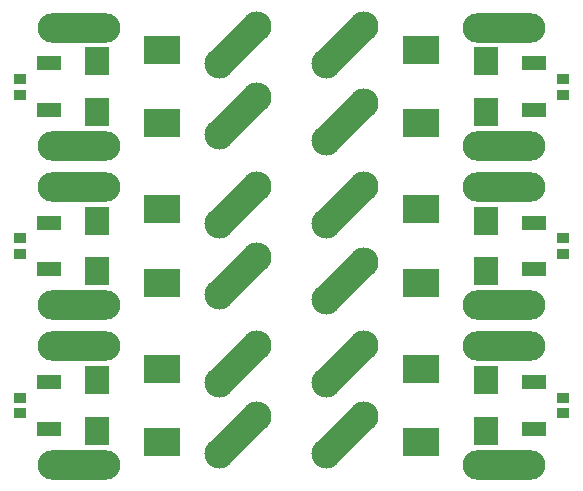
<source format=gbr>
G04 Layer_Color=8421504*
%FSLAX45Y45*%
%MOMM*%
%TF.FileFunction,Paste,Top*%
%TF.Part,Single*%
G01*
G75*
%TA.AperFunction,SMDPad,CuDef*%
%ADD10R,3.15000X2.45000*%
%ADD11R,2.15000X2.45000*%
%ADD12R,2.10000X1.27000*%
%ADD13R,1.00000X0.90000*%
G04:AMPARAMS|DCode=14|XSize=7mm|YSize=2.5mm|CornerRadius=0mm|HoleSize=0mm|Usage=FLASHONLY|Rotation=45.000|XOffset=0mm|YOffset=0mm|HoleType=Round|Shape=Round|*
%AMOVALD14*
21,1,4.50000,2.50000,0.00000,0.00000,45.0*
1,1,2.50000,-1.59099,-1.59099*
1,1,2.50000,1.59099,1.59099*
%
%ADD14OVALD14*%

%ADD15O,7.00000X2.50000*%
D10*
X1400000Y3809999D02*
D03*
Y3189999D02*
D03*
X3600000Y3809999D02*
D03*
Y3189999D02*
D03*
Y2459999D02*
D03*
Y1840000D02*
D03*
X1400000Y2459999D02*
D03*
Y1840000D02*
D03*
Y1110000D02*
D03*
Y490000D02*
D03*
X3600000Y1110000D02*
D03*
Y490000D02*
D03*
D11*
X850000Y3284999D02*
D03*
Y3714999D02*
D03*
X4150000Y3284999D02*
D03*
Y3714999D02*
D03*
Y1934999D02*
D03*
Y2365000D02*
D03*
X850000Y1934999D02*
D03*
Y2365000D02*
D03*
Y585000D02*
D03*
Y1015000D02*
D03*
X4150000Y585000D02*
D03*
Y1015000D02*
D03*
D12*
X450000Y3698499D02*
D03*
Y3301499D02*
D03*
X4550000Y3698499D02*
D03*
Y3301499D02*
D03*
Y2348499D02*
D03*
Y1951500D02*
D03*
X450000Y2348499D02*
D03*
Y1951500D02*
D03*
Y998500D02*
D03*
Y601500D02*
D03*
X4550000Y998500D02*
D03*
Y601500D02*
D03*
D13*
X200000Y3567499D02*
D03*
Y3432499D02*
D03*
X4800000Y3567499D02*
D03*
Y3432499D02*
D03*
Y2217500D02*
D03*
Y2082500D02*
D03*
X200000Y2217500D02*
D03*
Y2082500D02*
D03*
Y867500D02*
D03*
Y732500D02*
D03*
X4800000Y867500D02*
D03*
Y732500D02*
D03*
D14*
X2950000Y1150000D02*
D03*
X2050000D02*
D03*
X2950000Y550000D02*
D03*
X2050000D02*
D03*
Y1900000D02*
D03*
Y2500000D02*
D03*
X2950000Y1850000D02*
D03*
Y2500000D02*
D03*
X2050000Y3849999D02*
D03*
Y3249999D02*
D03*
X2950000Y3849999D02*
D03*
Y3199999D02*
D03*
D15*
X700000Y1300000D02*
D03*
Y300000D02*
D03*
Y1650000D02*
D03*
Y2650000D02*
D03*
Y2999999D02*
D03*
Y3999999D02*
D03*
X4300000Y2999999D02*
D03*
Y3999999D02*
D03*
Y1650000D02*
D03*
Y2650000D02*
D03*
Y300000D02*
D03*
Y1300000D02*
D03*
%TF.MD5,92714710e66e388597b90d926c415895*%
M02*

</source>
